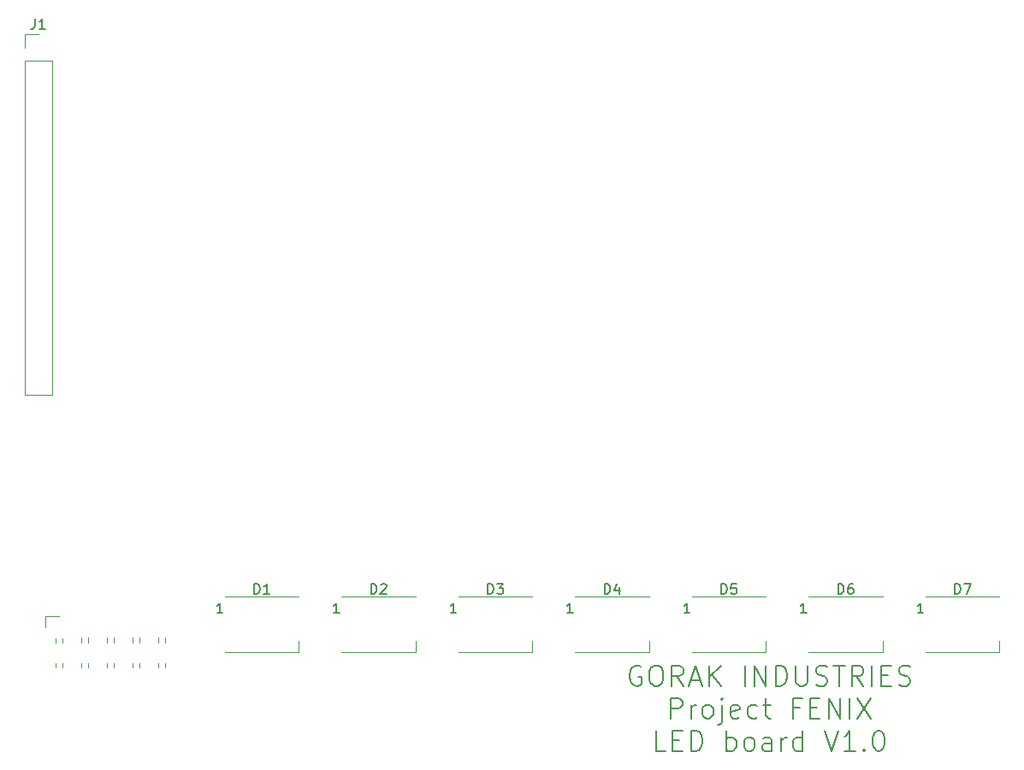
<source format=gbr>
%TF.GenerationSoftware,KiCad,Pcbnew,(6.0.7)*%
%TF.CreationDate,2023-04-15T21:14:02+02:00*%
%TF.ProjectId,LED board,4c454420-626f-4617-9264-2e6b69636164,rev?*%
%TF.SameCoordinates,Original*%
%TF.FileFunction,Legend,Top*%
%TF.FilePolarity,Positive*%
%FSLAX46Y46*%
G04 Gerber Fmt 4.6, Leading zero omitted, Abs format (unit mm)*
G04 Created by KiCad (PCBNEW (6.0.7)) date 2023-04-15 21:14:02*
%MOMM*%
%LPD*%
G01*
G04 APERTURE LIST*
%ADD10C,0.150000*%
%ADD11C,0.120000*%
G04 APERTURE END LIST*
D10*
X179770095Y-140814000D02*
X179579619Y-140718761D01*
X179293904Y-140718761D01*
X179008190Y-140814000D01*
X178817714Y-141004476D01*
X178722476Y-141194952D01*
X178627238Y-141575904D01*
X178627238Y-141861619D01*
X178722476Y-142242571D01*
X178817714Y-142433047D01*
X179008190Y-142623523D01*
X179293904Y-142718761D01*
X179484380Y-142718761D01*
X179770095Y-142623523D01*
X179865333Y-142528285D01*
X179865333Y-141861619D01*
X179484380Y-141861619D01*
X181103428Y-140718761D02*
X181484380Y-140718761D01*
X181674857Y-140814000D01*
X181865333Y-141004476D01*
X181960571Y-141385428D01*
X181960571Y-142052095D01*
X181865333Y-142433047D01*
X181674857Y-142623523D01*
X181484380Y-142718761D01*
X181103428Y-142718761D01*
X180912952Y-142623523D01*
X180722476Y-142433047D01*
X180627238Y-142052095D01*
X180627238Y-141385428D01*
X180722476Y-141004476D01*
X180912952Y-140814000D01*
X181103428Y-140718761D01*
X183960571Y-142718761D02*
X183293904Y-141766380D01*
X182817714Y-142718761D02*
X182817714Y-140718761D01*
X183579619Y-140718761D01*
X183770095Y-140814000D01*
X183865333Y-140909238D01*
X183960571Y-141099714D01*
X183960571Y-141385428D01*
X183865333Y-141575904D01*
X183770095Y-141671142D01*
X183579619Y-141766380D01*
X182817714Y-141766380D01*
X184722476Y-142147333D02*
X185674857Y-142147333D01*
X184532000Y-142718761D02*
X185198666Y-140718761D01*
X185865333Y-142718761D01*
X186532000Y-142718761D02*
X186532000Y-140718761D01*
X187674857Y-142718761D02*
X186817714Y-141575904D01*
X187674857Y-140718761D02*
X186532000Y-141861619D01*
X190055809Y-142718761D02*
X190055809Y-140718761D01*
X191008190Y-142718761D02*
X191008190Y-140718761D01*
X192151047Y-142718761D01*
X192151047Y-140718761D01*
X193103428Y-142718761D02*
X193103428Y-140718761D01*
X193579619Y-140718761D01*
X193865333Y-140814000D01*
X194055809Y-141004476D01*
X194151047Y-141194952D01*
X194246285Y-141575904D01*
X194246285Y-141861619D01*
X194151047Y-142242571D01*
X194055809Y-142433047D01*
X193865333Y-142623523D01*
X193579619Y-142718761D01*
X193103428Y-142718761D01*
X195103428Y-140718761D02*
X195103428Y-142337809D01*
X195198666Y-142528285D01*
X195293904Y-142623523D01*
X195484380Y-142718761D01*
X195865333Y-142718761D01*
X196055809Y-142623523D01*
X196151047Y-142528285D01*
X196246285Y-142337809D01*
X196246285Y-140718761D01*
X197103428Y-142623523D02*
X197389142Y-142718761D01*
X197865333Y-142718761D01*
X198055809Y-142623523D01*
X198151047Y-142528285D01*
X198246285Y-142337809D01*
X198246285Y-142147333D01*
X198151047Y-141956857D01*
X198055809Y-141861619D01*
X197865333Y-141766380D01*
X197484380Y-141671142D01*
X197293904Y-141575904D01*
X197198666Y-141480666D01*
X197103428Y-141290190D01*
X197103428Y-141099714D01*
X197198666Y-140909238D01*
X197293904Y-140814000D01*
X197484380Y-140718761D01*
X197960571Y-140718761D01*
X198246285Y-140814000D01*
X198817714Y-140718761D02*
X199960571Y-140718761D01*
X199389142Y-142718761D02*
X199389142Y-140718761D01*
X201770095Y-142718761D02*
X201103428Y-141766380D01*
X200627238Y-142718761D02*
X200627238Y-140718761D01*
X201389142Y-140718761D01*
X201579619Y-140814000D01*
X201674857Y-140909238D01*
X201770095Y-141099714D01*
X201770095Y-141385428D01*
X201674857Y-141575904D01*
X201579619Y-141671142D01*
X201389142Y-141766380D01*
X200627238Y-141766380D01*
X202627238Y-142718761D02*
X202627238Y-140718761D01*
X203579619Y-141671142D02*
X204246285Y-141671142D01*
X204531999Y-142718761D02*
X203579619Y-142718761D01*
X203579619Y-140718761D01*
X204531999Y-140718761D01*
X205293904Y-142623523D02*
X205579619Y-142718761D01*
X206055809Y-142718761D01*
X206246285Y-142623523D01*
X206341523Y-142528285D01*
X206436761Y-142337809D01*
X206436761Y-142147333D01*
X206341523Y-141956857D01*
X206246285Y-141861619D01*
X206055809Y-141766380D01*
X205674857Y-141671142D01*
X205484380Y-141575904D01*
X205389142Y-141480666D01*
X205293904Y-141290190D01*
X205293904Y-141099714D01*
X205389142Y-140909238D01*
X205484380Y-140814000D01*
X205674857Y-140718761D01*
X206151047Y-140718761D01*
X206436761Y-140814000D01*
X182722476Y-145938761D02*
X182722476Y-143938761D01*
X183484380Y-143938761D01*
X183674857Y-144034000D01*
X183770095Y-144129238D01*
X183865333Y-144319714D01*
X183865333Y-144605428D01*
X183770095Y-144795904D01*
X183674857Y-144891142D01*
X183484380Y-144986380D01*
X182722476Y-144986380D01*
X184722476Y-145938761D02*
X184722476Y-144605428D01*
X184722476Y-144986380D02*
X184817714Y-144795904D01*
X184912952Y-144700666D01*
X185103428Y-144605428D01*
X185293904Y-144605428D01*
X186246285Y-145938761D02*
X186055809Y-145843523D01*
X185960571Y-145748285D01*
X185865333Y-145557809D01*
X185865333Y-144986380D01*
X185960571Y-144795904D01*
X186055809Y-144700666D01*
X186246285Y-144605428D01*
X186532000Y-144605428D01*
X186722476Y-144700666D01*
X186817714Y-144795904D01*
X186912952Y-144986380D01*
X186912952Y-145557809D01*
X186817714Y-145748285D01*
X186722476Y-145843523D01*
X186532000Y-145938761D01*
X186246285Y-145938761D01*
X187770095Y-144605428D02*
X187770095Y-146319714D01*
X187674857Y-146510190D01*
X187484380Y-146605428D01*
X187389142Y-146605428D01*
X187770095Y-143938761D02*
X187674857Y-144034000D01*
X187770095Y-144129238D01*
X187865333Y-144034000D01*
X187770095Y-143938761D01*
X187770095Y-144129238D01*
X189484380Y-145843523D02*
X189293904Y-145938761D01*
X188912952Y-145938761D01*
X188722476Y-145843523D01*
X188627238Y-145653047D01*
X188627238Y-144891142D01*
X188722476Y-144700666D01*
X188912952Y-144605428D01*
X189293904Y-144605428D01*
X189484380Y-144700666D01*
X189579619Y-144891142D01*
X189579619Y-145081619D01*
X188627238Y-145272095D01*
X191293904Y-145843523D02*
X191103428Y-145938761D01*
X190722476Y-145938761D01*
X190532000Y-145843523D01*
X190436761Y-145748285D01*
X190341523Y-145557809D01*
X190341523Y-144986380D01*
X190436761Y-144795904D01*
X190532000Y-144700666D01*
X190722476Y-144605428D01*
X191103428Y-144605428D01*
X191293904Y-144700666D01*
X191865333Y-144605428D02*
X192627238Y-144605428D01*
X192151047Y-143938761D02*
X192151047Y-145653047D01*
X192246285Y-145843523D01*
X192436761Y-145938761D01*
X192627238Y-145938761D01*
X195484380Y-144891142D02*
X194817714Y-144891142D01*
X194817714Y-145938761D02*
X194817714Y-143938761D01*
X195770095Y-143938761D01*
X196532000Y-144891142D02*
X197198666Y-144891142D01*
X197484380Y-145938761D02*
X196532000Y-145938761D01*
X196532000Y-143938761D01*
X197484380Y-143938761D01*
X198341523Y-145938761D02*
X198341523Y-143938761D01*
X199484380Y-145938761D01*
X199484380Y-143938761D01*
X200436761Y-145938761D02*
X200436761Y-143938761D01*
X201198666Y-143938761D02*
X202532000Y-145938761D01*
X202532000Y-143938761D02*
X201198666Y-145938761D01*
X182246285Y-149158761D02*
X181293904Y-149158761D01*
X181293904Y-147158761D01*
X182912952Y-148111142D02*
X183579619Y-148111142D01*
X183865333Y-149158761D02*
X182912952Y-149158761D01*
X182912952Y-147158761D01*
X183865333Y-147158761D01*
X184722476Y-149158761D02*
X184722476Y-147158761D01*
X185198666Y-147158761D01*
X185484380Y-147254000D01*
X185674857Y-147444476D01*
X185770095Y-147634952D01*
X185865333Y-148015904D01*
X185865333Y-148301619D01*
X185770095Y-148682571D01*
X185674857Y-148873047D01*
X185484380Y-149063523D01*
X185198666Y-149158761D01*
X184722476Y-149158761D01*
X188246285Y-149158761D02*
X188246285Y-147158761D01*
X188246285Y-147920666D02*
X188436761Y-147825428D01*
X188817714Y-147825428D01*
X189008190Y-147920666D01*
X189103428Y-148015904D01*
X189198666Y-148206380D01*
X189198666Y-148777809D01*
X189103428Y-148968285D01*
X189008190Y-149063523D01*
X188817714Y-149158761D01*
X188436761Y-149158761D01*
X188246285Y-149063523D01*
X190341523Y-149158761D02*
X190151047Y-149063523D01*
X190055809Y-148968285D01*
X189960571Y-148777809D01*
X189960571Y-148206380D01*
X190055809Y-148015904D01*
X190151047Y-147920666D01*
X190341523Y-147825428D01*
X190627238Y-147825428D01*
X190817714Y-147920666D01*
X190912952Y-148015904D01*
X191008190Y-148206380D01*
X191008190Y-148777809D01*
X190912952Y-148968285D01*
X190817714Y-149063523D01*
X190627238Y-149158761D01*
X190341523Y-149158761D01*
X192722476Y-149158761D02*
X192722476Y-148111142D01*
X192627238Y-147920666D01*
X192436761Y-147825428D01*
X192055809Y-147825428D01*
X191865333Y-147920666D01*
X192722476Y-149063523D02*
X192532000Y-149158761D01*
X192055809Y-149158761D01*
X191865333Y-149063523D01*
X191770095Y-148873047D01*
X191770095Y-148682571D01*
X191865333Y-148492095D01*
X192055809Y-148396857D01*
X192532000Y-148396857D01*
X192722476Y-148301619D01*
X193674857Y-149158761D02*
X193674857Y-147825428D01*
X193674857Y-148206380D02*
X193770095Y-148015904D01*
X193865333Y-147920666D01*
X194055809Y-147825428D01*
X194246285Y-147825428D01*
X195770095Y-149158761D02*
X195770095Y-147158761D01*
X195770095Y-149063523D02*
X195579619Y-149158761D01*
X195198666Y-149158761D01*
X195008190Y-149063523D01*
X194912952Y-148968285D01*
X194817714Y-148777809D01*
X194817714Y-148206380D01*
X194912952Y-148015904D01*
X195008190Y-147920666D01*
X195198666Y-147825428D01*
X195579619Y-147825428D01*
X195770095Y-147920666D01*
X197960571Y-147158761D02*
X198627238Y-149158761D01*
X199293904Y-147158761D01*
X201008190Y-149158761D02*
X199865333Y-149158761D01*
X200436761Y-149158761D02*
X200436761Y-147158761D01*
X200246285Y-147444476D01*
X200055809Y-147634952D01*
X199865333Y-147730190D01*
X201865333Y-148968285D02*
X201960571Y-149063523D01*
X201865333Y-149158761D01*
X201770095Y-149063523D01*
X201865333Y-148968285D01*
X201865333Y-149158761D01*
X203198666Y-147158761D02*
X203389142Y-147158761D01*
X203579619Y-147254000D01*
X203674857Y-147349238D01*
X203770095Y-147539714D01*
X203865333Y-147920666D01*
X203865333Y-148396857D01*
X203770095Y-148777809D01*
X203674857Y-148968285D01*
X203579619Y-149063523D01*
X203389142Y-149158761D01*
X203198666Y-149158761D01*
X203008190Y-149063523D01*
X202912952Y-148968285D01*
X202817714Y-148777809D01*
X202722476Y-148396857D01*
X202722476Y-147920666D01*
X202817714Y-147539714D01*
X202912952Y-147349238D01*
X203008190Y-147254000D01*
X203198666Y-147158761D01*
%TO.C,D4*%
X176172904Y-133604380D02*
X176172904Y-132604380D01*
X176411000Y-132604380D01*
X176553857Y-132652000D01*
X176649095Y-132747238D01*
X176696714Y-132842476D01*
X176744333Y-133032952D01*
X176744333Y-133175809D01*
X176696714Y-133366285D01*
X176649095Y-133461523D01*
X176553857Y-133556761D01*
X176411000Y-133604380D01*
X176172904Y-133604380D01*
X177601476Y-132937714D02*
X177601476Y-133604380D01*
X177363380Y-132556761D02*
X177125285Y-133271047D01*
X177744333Y-133271047D01*
X173046714Y-135504380D02*
X172475285Y-135504380D01*
X172761000Y-135504380D02*
X172761000Y-134504380D01*
X172665761Y-134647238D01*
X172570523Y-134742476D01*
X172475285Y-134790095D01*
%TO.C,*%
%TO.C,J1*%
X119808666Y-76624380D02*
X119808666Y-77338666D01*
X119761047Y-77481523D01*
X119665809Y-77576761D01*
X119522952Y-77624380D01*
X119427714Y-77624380D01*
X120808666Y-77624380D02*
X120237238Y-77624380D01*
X120522952Y-77624380D02*
X120522952Y-76624380D01*
X120427714Y-76767238D01*
X120332476Y-76862476D01*
X120237238Y-76910095D01*
%TO.C,D3*%
X164615904Y-133604380D02*
X164615904Y-132604380D01*
X164854000Y-132604380D01*
X164996857Y-132652000D01*
X165092095Y-132747238D01*
X165139714Y-132842476D01*
X165187333Y-133032952D01*
X165187333Y-133175809D01*
X165139714Y-133366285D01*
X165092095Y-133461523D01*
X164996857Y-133556761D01*
X164854000Y-133604380D01*
X164615904Y-133604380D01*
X165520666Y-132604380D02*
X166139714Y-132604380D01*
X165806380Y-132985333D01*
X165949238Y-132985333D01*
X166044476Y-133032952D01*
X166092095Y-133080571D01*
X166139714Y-133175809D01*
X166139714Y-133413904D01*
X166092095Y-133509142D01*
X166044476Y-133556761D01*
X165949238Y-133604380D01*
X165663523Y-133604380D01*
X165568285Y-133556761D01*
X165520666Y-133509142D01*
X161489714Y-135504380D02*
X160918285Y-135504380D01*
X161204000Y-135504380D02*
X161204000Y-134504380D01*
X161108761Y-134647238D01*
X161013523Y-134742476D01*
X160918285Y-134790095D01*
%TO.C,D6*%
X199286904Y-133604380D02*
X199286904Y-132604380D01*
X199525000Y-132604380D01*
X199667857Y-132652000D01*
X199763095Y-132747238D01*
X199810714Y-132842476D01*
X199858333Y-133032952D01*
X199858333Y-133175809D01*
X199810714Y-133366285D01*
X199763095Y-133461523D01*
X199667857Y-133556761D01*
X199525000Y-133604380D01*
X199286904Y-133604380D01*
X200715476Y-132604380D02*
X200525000Y-132604380D01*
X200429761Y-132652000D01*
X200382142Y-132699619D01*
X200286904Y-132842476D01*
X200239285Y-133032952D01*
X200239285Y-133413904D01*
X200286904Y-133509142D01*
X200334523Y-133556761D01*
X200429761Y-133604380D01*
X200620238Y-133604380D01*
X200715476Y-133556761D01*
X200763095Y-133509142D01*
X200810714Y-133413904D01*
X200810714Y-133175809D01*
X200763095Y-133080571D01*
X200715476Y-133032952D01*
X200620238Y-132985333D01*
X200429761Y-132985333D01*
X200334523Y-133032952D01*
X200286904Y-133080571D01*
X200239285Y-133175809D01*
X196160714Y-135504380D02*
X195589285Y-135504380D01*
X195875000Y-135504380D02*
X195875000Y-134504380D01*
X195779761Y-134647238D01*
X195684523Y-134742476D01*
X195589285Y-134790095D01*
%TO.C,D2*%
X153058904Y-133604380D02*
X153058904Y-132604380D01*
X153297000Y-132604380D01*
X153439857Y-132652000D01*
X153535095Y-132747238D01*
X153582714Y-132842476D01*
X153630333Y-133032952D01*
X153630333Y-133175809D01*
X153582714Y-133366285D01*
X153535095Y-133461523D01*
X153439857Y-133556761D01*
X153297000Y-133604380D01*
X153058904Y-133604380D01*
X154011285Y-132699619D02*
X154058904Y-132652000D01*
X154154142Y-132604380D01*
X154392238Y-132604380D01*
X154487476Y-132652000D01*
X154535095Y-132699619D01*
X154582714Y-132794857D01*
X154582714Y-132890095D01*
X154535095Y-133032952D01*
X153963666Y-133604380D01*
X154582714Y-133604380D01*
X149932714Y-135504380D02*
X149361285Y-135504380D01*
X149647000Y-135504380D02*
X149647000Y-134504380D01*
X149551761Y-134647238D01*
X149456523Y-134742476D01*
X149361285Y-134790095D01*
%TO.C,*%
%TO.C,D1*%
X141501904Y-133604380D02*
X141501904Y-132604380D01*
X141740000Y-132604380D01*
X141882857Y-132652000D01*
X141978095Y-132747238D01*
X142025714Y-132842476D01*
X142073333Y-133032952D01*
X142073333Y-133175809D01*
X142025714Y-133366285D01*
X141978095Y-133461523D01*
X141882857Y-133556761D01*
X141740000Y-133604380D01*
X141501904Y-133604380D01*
X143025714Y-133604380D02*
X142454285Y-133604380D01*
X142740000Y-133604380D02*
X142740000Y-132604380D01*
X142644761Y-132747238D01*
X142549523Y-132842476D01*
X142454285Y-132890095D01*
X138375714Y-135504380D02*
X137804285Y-135504380D01*
X138090000Y-135504380D02*
X138090000Y-134504380D01*
X137994761Y-134647238D01*
X137899523Y-134742476D01*
X137804285Y-134790095D01*
%TO.C,D5*%
X187729904Y-133604380D02*
X187729904Y-132604380D01*
X187968000Y-132604380D01*
X188110857Y-132652000D01*
X188206095Y-132747238D01*
X188253714Y-132842476D01*
X188301333Y-133032952D01*
X188301333Y-133175809D01*
X188253714Y-133366285D01*
X188206095Y-133461523D01*
X188110857Y-133556761D01*
X187968000Y-133604380D01*
X187729904Y-133604380D01*
X189206095Y-132604380D02*
X188729904Y-132604380D01*
X188682285Y-133080571D01*
X188729904Y-133032952D01*
X188825142Y-132985333D01*
X189063238Y-132985333D01*
X189158476Y-133032952D01*
X189206095Y-133080571D01*
X189253714Y-133175809D01*
X189253714Y-133413904D01*
X189206095Y-133509142D01*
X189158476Y-133556761D01*
X189063238Y-133604380D01*
X188825142Y-133604380D01*
X188729904Y-133556761D01*
X188682285Y-133509142D01*
X184603714Y-135504380D02*
X184032285Y-135504380D01*
X184318000Y-135504380D02*
X184318000Y-134504380D01*
X184222761Y-134647238D01*
X184127523Y-134742476D01*
X184032285Y-134790095D01*
%TO.C,D7*%
X210843904Y-133604380D02*
X210843904Y-132604380D01*
X211082000Y-132604380D01*
X211224857Y-132652000D01*
X211320095Y-132747238D01*
X211367714Y-132842476D01*
X211415333Y-133032952D01*
X211415333Y-133175809D01*
X211367714Y-133366285D01*
X211320095Y-133461523D01*
X211224857Y-133556761D01*
X211082000Y-133604380D01*
X210843904Y-133604380D01*
X211748666Y-132604380D02*
X212415333Y-132604380D01*
X211986761Y-133604380D01*
X207717714Y-135504380D02*
X207146285Y-135504380D01*
X207432000Y-135504380D02*
X207432000Y-134504380D01*
X207336761Y-134647238D01*
X207241523Y-134742476D01*
X207146285Y-134790095D01*
%TO.C,*%
D11*
%TO.C,D4*%
X180561000Y-139402000D02*
X180561000Y-138252000D01*
X173261000Y-139402000D02*
X180561000Y-139402000D01*
X173261000Y-133902000D02*
X180561000Y-133902000D01*
%TO.C,J1*%
X121472000Y-80772000D02*
X121472000Y-113852000D01*
X118812000Y-113852000D02*
X121472000Y-113852000D01*
X118812000Y-80772000D02*
X121472000Y-80772000D01*
X118812000Y-79502000D02*
X118812000Y-78172000D01*
X118812000Y-78172000D02*
X120142000Y-78172000D01*
X118812000Y-80772000D02*
X118812000Y-113852000D01*
%TO.C,J2*%
X121814000Y-140906000D02*
X121814000Y-140496000D01*
X120844000Y-135796000D02*
X122174000Y-135796000D01*
X126894000Y-138396000D02*
X126894000Y-137956000D01*
X122534000Y-140906000D02*
X122534000Y-140496000D01*
X124354000Y-138396000D02*
X124354000Y-137956000D01*
X130154000Y-140906000D02*
X130154000Y-140496000D01*
X120844000Y-136906000D02*
X120844000Y-135796000D01*
X129434000Y-140906000D02*
X129434000Y-140496000D01*
X124354000Y-140906000D02*
X124354000Y-140496000D01*
X130154000Y-138396000D02*
X130154000Y-137956000D01*
X121814000Y-138396000D02*
X121814000Y-138016000D01*
X132694000Y-138396000D02*
X132694000Y-137956000D01*
X132694000Y-140906000D02*
X132694000Y-140496000D01*
X122534000Y-138396000D02*
X122534000Y-138016000D01*
X126894000Y-140906000D02*
X126894000Y-140496000D01*
X127614000Y-140906000D02*
X127614000Y-140496000D01*
X127614000Y-138396000D02*
X127614000Y-137956000D01*
X131974000Y-140906000D02*
X131974000Y-140496000D01*
X125074000Y-140906000D02*
X125074000Y-140496000D01*
X125074000Y-138396000D02*
X125074000Y-137956000D01*
X131974000Y-138396000D02*
X131974000Y-137956000D01*
X129434000Y-138396000D02*
X129434000Y-137956000D01*
%TO.C,D3*%
X161704000Y-139402000D02*
X169004000Y-139402000D01*
X161704000Y-133902000D02*
X169004000Y-133902000D01*
X169004000Y-139402000D02*
X169004000Y-138252000D01*
%TO.C,D6*%
X196375000Y-139402000D02*
X203675000Y-139402000D01*
X196375000Y-133902000D02*
X203675000Y-133902000D01*
X203675000Y-139402000D02*
X203675000Y-138252000D01*
%TO.C,D2*%
X150147000Y-133902000D02*
X157447000Y-133902000D01*
X150147000Y-139402000D02*
X157447000Y-139402000D01*
X157447000Y-139402000D02*
X157447000Y-138252000D01*
%TO.C,D1*%
X138590000Y-133902000D02*
X145890000Y-133902000D01*
X145890000Y-139402000D02*
X145890000Y-138252000D01*
X138590000Y-139402000D02*
X145890000Y-139402000D01*
%TO.C,D5*%
X184818000Y-139402000D02*
X192118000Y-139402000D01*
X192118000Y-139402000D02*
X192118000Y-138252000D01*
X184818000Y-133902000D02*
X192118000Y-133902000D01*
%TO.C,D7*%
X207932000Y-133902000D02*
X215232000Y-133902000D01*
X215232000Y-139402000D02*
X215232000Y-138252000D01*
X207932000Y-139402000D02*
X215232000Y-139402000D01*
%TD*%
M02*

</source>
